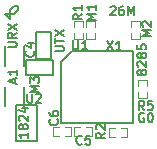
<source format=gto>
G04 #@! TF.FileFunction,Legend,Top*
%FSLAX46Y46*%
G04 Gerber Fmt 4.6, Leading zero omitted, Abs format (unit mm)*
G04 Created by KiCad (PCBNEW 4.0.3+e1-6302~38~ubuntu14.04.1-stable) date Wed Aug 31 10:57:53 2016*
%MOMM*%
%LPD*%
G01*
G04 APERTURE LIST*
%ADD10C,0.150000*%
%ADD11C,0.200000*%
%ADD12C,0.127000*%
%ADD13C,0.152400*%
%ADD14C,0.071120*%
%ADD15C,0.157480*%
G04 APERTURE END LIST*
D10*
D11*
X46431683Y-26783288D02*
X46790894Y-27142498D01*
X47150104Y-26783288D02*
X46431683Y-26783288D01*
X47509314Y-26424078D02*
X47150104Y-26783288D01*
X47509314Y-26064867D02*
X47509314Y-26424078D01*
X47150104Y-26064867D02*
X47509314Y-26064867D01*
X46790894Y-26424078D02*
X47150104Y-26064867D01*
X46790894Y-27142498D02*
X46790894Y-26424078D01*
X46790894Y-26424078D02*
X46790894Y-27142498D01*
X47150104Y-26064867D02*
X46790894Y-26424078D01*
X47509314Y-26064867D02*
X47150104Y-26064867D01*
X47509314Y-26424078D02*
X47509314Y-26064867D01*
X47150104Y-26783288D02*
X47509314Y-26424078D01*
X46431683Y-26783288D02*
X47150104Y-26783288D01*
X46790894Y-27142498D02*
X46431683Y-26783288D01*
D12*
X46355000Y-29489400D02*
X46355000Y-31140400D01*
X48031400Y-32918400D02*
X48031400Y-34569400D01*
X46355000Y-34569400D02*
X46355000Y-32918400D01*
X48031400Y-31140400D02*
X48031400Y-29489400D01*
X50266600Y-28244800D02*
X50266600Y-30530800D01*
X50266600Y-30530800D02*
X48996600Y-30530800D01*
X48996600Y-30530800D02*
X48996600Y-28244800D01*
X48996600Y-28244800D02*
X50266600Y-28244800D01*
D13*
X52070000Y-29908500D02*
X56261000Y-29908500D01*
X56261000Y-29908500D02*
X57213500Y-29908500D01*
X57213500Y-29908500D02*
X57213500Y-36004500D01*
X57213500Y-36004500D02*
X51117500Y-36004500D01*
X51117500Y-36004500D02*
X51117500Y-30861000D01*
X51117500Y-30861000D02*
X52070000Y-29908500D01*
D12*
X47345600Y-34467800D02*
X49123600Y-34467800D01*
X49123600Y-34467800D02*
X49123600Y-37515800D01*
X49123600Y-37515800D02*
X47345600Y-37515800D01*
X47345600Y-37515800D02*
X47345600Y-34467800D01*
D14*
X53263800Y-28397200D02*
X53263800Y-28905200D01*
X53263800Y-28905200D02*
X54025800Y-28905200D01*
X54025800Y-28905200D02*
X54025800Y-28397200D01*
X53263800Y-27889200D02*
X53263800Y-27381200D01*
X53263800Y-27381200D02*
X54025800Y-27381200D01*
X54025800Y-27381200D02*
X54025800Y-27889200D01*
X57023000Y-28346400D02*
X57023000Y-28854400D01*
X57023000Y-28854400D02*
X57785000Y-28854400D01*
X57785000Y-28854400D02*
X57785000Y-28346400D01*
X57023000Y-27838400D02*
X57023000Y-27330400D01*
X57023000Y-27330400D02*
X57785000Y-27330400D01*
X57785000Y-27330400D02*
X57785000Y-27838400D01*
X52781200Y-36296600D02*
X52273200Y-36296600D01*
X52273200Y-36296600D02*
X52273200Y-37058600D01*
X52273200Y-37058600D02*
X52781200Y-37058600D01*
X53289200Y-36296600D02*
X53797200Y-36296600D01*
X53797200Y-36296600D02*
X53797200Y-37058600D01*
X53797200Y-37058600D02*
X53289200Y-37058600D01*
X52959000Y-27889200D02*
X52959000Y-27381200D01*
X52959000Y-27381200D02*
X52197000Y-27381200D01*
X52197000Y-27381200D02*
X52197000Y-27889200D01*
X52959000Y-28397200D02*
X52959000Y-28905200D01*
X52959000Y-28905200D02*
X52197000Y-28905200D01*
X52197000Y-28905200D02*
X52197000Y-28397200D01*
X56197500Y-37211000D02*
X56705500Y-37211000D01*
X56705500Y-37211000D02*
X56705500Y-36449000D01*
X56705500Y-36449000D02*
X56197500Y-36449000D01*
X55689500Y-37211000D02*
X55181500Y-37211000D01*
X55181500Y-37211000D02*
X55181500Y-36449000D01*
X55181500Y-36449000D02*
X55689500Y-36449000D01*
X57683400Y-33375600D02*
X57683400Y-33883600D01*
X57683400Y-33883600D02*
X58445400Y-33883600D01*
X58445400Y-33883600D02*
X58445400Y-33375600D01*
X57683400Y-32867600D02*
X57683400Y-32359600D01*
X57683400Y-32359600D02*
X58445400Y-32359600D01*
X58445400Y-32359600D02*
X58445400Y-32867600D01*
X51460400Y-37058600D02*
X51968400Y-37058600D01*
X51968400Y-37058600D02*
X51968400Y-36296600D01*
X51968400Y-36296600D02*
X51460400Y-36296600D01*
X50952400Y-37058600D02*
X50444400Y-37058600D01*
X50444400Y-37058600D02*
X50444400Y-36296600D01*
X50444400Y-36296600D02*
X50952400Y-36296600D01*
D12*
X48158400Y-30657800D02*
X50444400Y-30657800D01*
X50444400Y-30657800D02*
X50444400Y-31927800D01*
X50444400Y-31927800D02*
X48158400Y-31927800D01*
X48158400Y-31927800D02*
X48158400Y-30657800D01*
D13*
X47218600Y-32573685D02*
X47218600Y-32210828D01*
X47436314Y-32646257D02*
X46674314Y-32392257D01*
X47436314Y-32138257D01*
X47436314Y-31485114D02*
X47436314Y-31920542D01*
X47436314Y-31702828D02*
X46674314Y-31702828D01*
X46783171Y-31775399D01*
X46855743Y-31847971D01*
X46892029Y-31920542D01*
X48811543Y-29895800D02*
X48847829Y-29932086D01*
X48884114Y-30040943D01*
X48884114Y-30113514D01*
X48847829Y-30222371D01*
X48775257Y-30294943D01*
X48702686Y-30331228D01*
X48557543Y-30367514D01*
X48448686Y-30367514D01*
X48303543Y-30331228D01*
X48230971Y-30294943D01*
X48158400Y-30222371D01*
X48122114Y-30113514D01*
X48122114Y-30040943D01*
X48158400Y-29932086D01*
X48194686Y-29895800D01*
X48376114Y-29242657D02*
X48884114Y-29242657D01*
X48085829Y-29424086D02*
X48630114Y-29605514D01*
X48630114Y-29133800D01*
X52149829Y-28995914D02*
X52149829Y-29612771D01*
X52186114Y-29685343D01*
X52222400Y-29721629D01*
X52294971Y-29757914D01*
X52440114Y-29757914D01*
X52512686Y-29721629D01*
X52548971Y-29685343D01*
X52585257Y-29612771D01*
X52585257Y-28995914D01*
X53347257Y-29757914D02*
X52911829Y-29757914D01*
X53129543Y-29757914D02*
X53129543Y-28995914D01*
X53056972Y-29104771D01*
X52984400Y-29177343D01*
X52911829Y-29213629D01*
X57922886Y-31793542D02*
X57886600Y-31866114D01*
X57850314Y-31902399D01*
X57777743Y-31938685D01*
X57741457Y-31938685D01*
X57668886Y-31902399D01*
X57632600Y-31866114D01*
X57596314Y-31793542D01*
X57596314Y-31648399D01*
X57632600Y-31575828D01*
X57668886Y-31539542D01*
X57741457Y-31503257D01*
X57777743Y-31503257D01*
X57850314Y-31539542D01*
X57886600Y-31575828D01*
X57922886Y-31648399D01*
X57922886Y-31793542D01*
X57959171Y-31866114D01*
X57995457Y-31902399D01*
X58068029Y-31938685D01*
X58213171Y-31938685D01*
X58285743Y-31902399D01*
X58322029Y-31866114D01*
X58358314Y-31793542D01*
X58358314Y-31648399D01*
X58322029Y-31575828D01*
X58285743Y-31539542D01*
X58213171Y-31503257D01*
X58068029Y-31503257D01*
X57995457Y-31539542D01*
X57959171Y-31575828D01*
X57922886Y-31648399D01*
X57668886Y-31212971D02*
X57632600Y-31176685D01*
X57596314Y-31104114D01*
X57596314Y-30922685D01*
X57632600Y-30850114D01*
X57668886Y-30813828D01*
X57741457Y-30777543D01*
X57814029Y-30777543D01*
X57922886Y-30813828D01*
X58358314Y-31249257D01*
X58358314Y-30777543D01*
X57922886Y-30342114D02*
X57886600Y-30414686D01*
X57850314Y-30450971D01*
X57777743Y-30487257D01*
X57741457Y-30487257D01*
X57668886Y-30450971D01*
X57632600Y-30414686D01*
X57596314Y-30342114D01*
X57596314Y-30196971D01*
X57632600Y-30124400D01*
X57668886Y-30088114D01*
X57741457Y-30051829D01*
X57777743Y-30051829D01*
X57850314Y-30088114D01*
X57886600Y-30124400D01*
X57922886Y-30196971D01*
X57922886Y-30342114D01*
X57959171Y-30414686D01*
X57995457Y-30450971D01*
X58068029Y-30487257D01*
X58213171Y-30487257D01*
X58285743Y-30450971D01*
X58322029Y-30414686D01*
X58358314Y-30342114D01*
X58358314Y-30196971D01*
X58322029Y-30124400D01*
X58285743Y-30088114D01*
X58213171Y-30051829D01*
X58068029Y-30051829D01*
X57995457Y-30088114D01*
X57959171Y-30124400D01*
X57922886Y-30196971D01*
X57596314Y-29362400D02*
X57596314Y-29725257D01*
X57959171Y-29761543D01*
X57922886Y-29725257D01*
X57886600Y-29652686D01*
X57886600Y-29471257D01*
X57922886Y-29398686D01*
X57959171Y-29362400D01*
X58031743Y-29326115D01*
X58213171Y-29326115D01*
X58285743Y-29362400D01*
X58322029Y-29398686D01*
X58358314Y-29471257D01*
X58358314Y-29652686D01*
X58322029Y-29725257D01*
X58285743Y-29761543D01*
X55059943Y-29046714D02*
X55567943Y-29808714D01*
X55567943Y-29046714D02*
X55059943Y-29808714D01*
X56257371Y-29808714D02*
X55821943Y-29808714D01*
X56039657Y-29808714D02*
X56039657Y-29046714D01*
X55967086Y-29155571D01*
X55894514Y-29228143D01*
X55821943Y-29264429D01*
X55321201Y-26172886D02*
X55357487Y-26136600D01*
X55430058Y-26100314D01*
X55611487Y-26100314D01*
X55684058Y-26136600D01*
X55720344Y-26172886D01*
X55756629Y-26245457D01*
X55756629Y-26318029D01*
X55720344Y-26426886D01*
X55284915Y-26862314D01*
X55756629Y-26862314D01*
X56409772Y-26100314D02*
X56264629Y-26100314D01*
X56192058Y-26136600D01*
X56155772Y-26172886D01*
X56083201Y-26281743D01*
X56046915Y-26426886D01*
X56046915Y-26717171D01*
X56083201Y-26789743D01*
X56119486Y-26826029D01*
X56192058Y-26862314D01*
X56337201Y-26862314D01*
X56409772Y-26826029D01*
X56446058Y-26789743D01*
X56482343Y-26717171D01*
X56482343Y-26535743D01*
X56446058Y-26463171D01*
X56409772Y-26426886D01*
X56337201Y-26390600D01*
X56192058Y-26390600D01*
X56119486Y-26426886D01*
X56083201Y-26463171D01*
X56046915Y-26535743D01*
X56808915Y-26862314D02*
X56808915Y-26100314D01*
X57062915Y-26644600D01*
X57316915Y-26100314D01*
X57316915Y-26862314D01*
X50611314Y-29928456D02*
X51228171Y-29928456D01*
X51300743Y-29892171D01*
X51337029Y-29855885D01*
X51373314Y-29783314D01*
X51373314Y-29638171D01*
X51337029Y-29565599D01*
X51300743Y-29529314D01*
X51228171Y-29493028D01*
X50611314Y-29493028D01*
X50611314Y-29239028D02*
X50611314Y-28803599D01*
X51373314Y-29021313D02*
X50611314Y-29021313D01*
X50611314Y-28622171D02*
X51373314Y-28114171D01*
X50611314Y-28114171D02*
X51373314Y-28622171D01*
X46623514Y-29561971D02*
X47240371Y-29561971D01*
X47312943Y-29525686D01*
X47349229Y-29489400D01*
X47385514Y-29416829D01*
X47385514Y-29271686D01*
X47349229Y-29199114D01*
X47312943Y-29162829D01*
X47240371Y-29126543D01*
X46623514Y-29126543D01*
X47385514Y-28328257D02*
X47022657Y-28582257D01*
X47385514Y-28763685D02*
X46623514Y-28763685D01*
X46623514Y-28473400D01*
X46659800Y-28400828D01*
X46696086Y-28364543D01*
X46768657Y-28328257D01*
X46877514Y-28328257D01*
X46950086Y-28364543D01*
X46986371Y-28400828D01*
X47022657Y-28473400D01*
X47022657Y-28763685D01*
X46623514Y-28074257D02*
X47385514Y-27566257D01*
X46623514Y-27566257D02*
X47385514Y-28074257D01*
X58155114Y-35179000D02*
X58082543Y-35142714D01*
X57973686Y-35142714D01*
X57864829Y-35179000D01*
X57792257Y-35251571D01*
X57755972Y-35324143D01*
X57719686Y-35469286D01*
X57719686Y-35578143D01*
X57755972Y-35723286D01*
X57792257Y-35795857D01*
X57864829Y-35868429D01*
X57973686Y-35904714D01*
X58046257Y-35904714D01*
X58155114Y-35868429D01*
X58191400Y-35832143D01*
X58191400Y-35578143D01*
X58046257Y-35578143D01*
X58663114Y-35142714D02*
X58735686Y-35142714D01*
X58808257Y-35179000D01*
X58844543Y-35215286D01*
X58880829Y-35287857D01*
X58917114Y-35433000D01*
X58917114Y-35614429D01*
X58880829Y-35759571D01*
X58844543Y-35832143D01*
X58808257Y-35868429D01*
X58735686Y-35904714D01*
X58663114Y-35904714D01*
X58590543Y-35868429D01*
X58554257Y-35832143D01*
X58517972Y-35759571D01*
X58481686Y-35614429D01*
X58481686Y-35433000D01*
X58517972Y-35287857D01*
X58554257Y-35215286D01*
X58590543Y-35179000D01*
X58663114Y-35142714D01*
X48289029Y-33491714D02*
X48289029Y-34108571D01*
X48325314Y-34181143D01*
X48361600Y-34217429D01*
X48434171Y-34253714D01*
X48579314Y-34253714D01*
X48651886Y-34217429D01*
X48688171Y-34181143D01*
X48724457Y-34108571D01*
X48724457Y-33491714D01*
X49051029Y-33564286D02*
X49087315Y-33528000D01*
X49159886Y-33491714D01*
X49341315Y-33491714D01*
X49413886Y-33528000D01*
X49450172Y-33564286D01*
X49486457Y-33636857D01*
X49486457Y-33709429D01*
X49450172Y-33818286D01*
X49014743Y-34253714D01*
X49486457Y-34253714D01*
X48325314Y-36811857D02*
X48325314Y-37247285D01*
X48325314Y-37029571D02*
X47563314Y-37029571D01*
X47672171Y-37102142D01*
X47744743Y-37174714D01*
X47781029Y-37247285D01*
X47889886Y-36376428D02*
X47853600Y-36449000D01*
X47817314Y-36485285D01*
X47744743Y-36521571D01*
X47708457Y-36521571D01*
X47635886Y-36485285D01*
X47599600Y-36449000D01*
X47563314Y-36376428D01*
X47563314Y-36231285D01*
X47599600Y-36158714D01*
X47635886Y-36122428D01*
X47708457Y-36086143D01*
X47744743Y-36086143D01*
X47817314Y-36122428D01*
X47853600Y-36158714D01*
X47889886Y-36231285D01*
X47889886Y-36376428D01*
X47926171Y-36449000D01*
X47962457Y-36485285D01*
X48035029Y-36521571D01*
X48180171Y-36521571D01*
X48252743Y-36485285D01*
X48289029Y-36449000D01*
X48325314Y-36376428D01*
X48325314Y-36231285D01*
X48289029Y-36158714D01*
X48252743Y-36122428D01*
X48180171Y-36086143D01*
X48035029Y-36086143D01*
X47962457Y-36122428D01*
X47926171Y-36158714D01*
X47889886Y-36231285D01*
X47635886Y-35795857D02*
X47599600Y-35759571D01*
X47563314Y-35687000D01*
X47563314Y-35505571D01*
X47599600Y-35433000D01*
X47635886Y-35396714D01*
X47708457Y-35360429D01*
X47781029Y-35360429D01*
X47889886Y-35396714D01*
X48325314Y-35832143D01*
X48325314Y-35360429D01*
X47817314Y-34707286D02*
X48325314Y-34707286D01*
X47527029Y-34888715D02*
X48071314Y-35070143D01*
X48071314Y-34598429D01*
D15*
X54091114Y-27236056D02*
X53329114Y-27236056D01*
X53873400Y-26982056D01*
X53329114Y-26728056D01*
X54091114Y-26728056D01*
X54091114Y-25966057D02*
X54091114Y-26401485D01*
X54091114Y-26183771D02*
X53329114Y-26183771D01*
X53437971Y-26256342D01*
X53510543Y-26328914D01*
X53546829Y-26401485D01*
X58764714Y-28658456D02*
X58002714Y-28658456D01*
X58547000Y-28404456D01*
X58002714Y-28150456D01*
X58764714Y-28150456D01*
X58075286Y-27823885D02*
X58039000Y-27787599D01*
X58002714Y-27715028D01*
X58002714Y-27533599D01*
X58039000Y-27461028D01*
X58075286Y-27424742D01*
X58147857Y-27388457D01*
X58220429Y-27388457D01*
X58329286Y-27424742D01*
X58764714Y-27860171D01*
X58764714Y-27388457D01*
X52908200Y-37737143D02*
X52871914Y-37773429D01*
X52763057Y-37809714D01*
X52690486Y-37809714D01*
X52581629Y-37773429D01*
X52509057Y-37700857D01*
X52472772Y-37628286D01*
X52436486Y-37483143D01*
X52436486Y-37374286D01*
X52472772Y-37229143D01*
X52509057Y-37156571D01*
X52581629Y-37084000D01*
X52690486Y-37047714D01*
X52763057Y-37047714D01*
X52871914Y-37084000D01*
X52908200Y-37120286D01*
X53597629Y-37047714D02*
X53234772Y-37047714D01*
X53198486Y-37410571D01*
X53234772Y-37374286D01*
X53307343Y-37338000D01*
X53488772Y-37338000D01*
X53561343Y-37374286D01*
X53597629Y-37410571D01*
X53633914Y-37483143D01*
X53633914Y-37664571D01*
X53597629Y-37737143D01*
X53561343Y-37773429D01*
X53488772Y-37809714D01*
X53307343Y-37809714D01*
X53234772Y-37773429D01*
X53198486Y-37737143D01*
X52922714Y-26746200D02*
X52559857Y-27000200D01*
X52922714Y-27181628D02*
X52160714Y-27181628D01*
X52160714Y-26891343D01*
X52197000Y-26818771D01*
X52233286Y-26782486D01*
X52305857Y-26746200D01*
X52414714Y-26746200D01*
X52487286Y-26782486D01*
X52523571Y-26818771D01*
X52559857Y-26891343D01*
X52559857Y-27181628D01*
X52922714Y-26020486D02*
X52922714Y-26455914D01*
X52922714Y-26238200D02*
X52160714Y-26238200D01*
X52269571Y-26310771D01*
X52342143Y-26383343D01*
X52378429Y-26455914D01*
X54853114Y-36804600D02*
X54490257Y-37058600D01*
X54853114Y-37240028D02*
X54091114Y-37240028D01*
X54091114Y-36949743D01*
X54127400Y-36877171D01*
X54163686Y-36840886D01*
X54236257Y-36804600D01*
X54345114Y-36804600D01*
X54417686Y-36840886D01*
X54453971Y-36877171D01*
X54490257Y-36949743D01*
X54490257Y-37240028D01*
X54163686Y-36514314D02*
X54127400Y-36478028D01*
X54091114Y-36405457D01*
X54091114Y-36224028D01*
X54127400Y-36151457D01*
X54163686Y-36115171D01*
X54236257Y-36078886D01*
X54308829Y-36078886D01*
X54417686Y-36115171D01*
X54853114Y-36550600D01*
X54853114Y-36078886D01*
X58191400Y-34888714D02*
X57937400Y-34525857D01*
X57755972Y-34888714D02*
X57755972Y-34126714D01*
X58046257Y-34126714D01*
X58118829Y-34163000D01*
X58155114Y-34199286D01*
X58191400Y-34271857D01*
X58191400Y-34380714D01*
X58155114Y-34453286D01*
X58118829Y-34489571D01*
X58046257Y-34525857D01*
X57755972Y-34525857D01*
X58880829Y-34126714D02*
X58517972Y-34126714D01*
X58481686Y-34489571D01*
X58517972Y-34453286D01*
X58590543Y-34417000D01*
X58771972Y-34417000D01*
X58844543Y-34453286D01*
X58880829Y-34489571D01*
X58917114Y-34562143D01*
X58917114Y-34743571D01*
X58880829Y-34816143D01*
X58844543Y-34852429D01*
X58771972Y-34888714D01*
X58590543Y-34888714D01*
X58517972Y-34852429D01*
X58481686Y-34816143D01*
X50818143Y-35687000D02*
X50854429Y-35723286D01*
X50890714Y-35832143D01*
X50890714Y-35904714D01*
X50854429Y-36013571D01*
X50781857Y-36086143D01*
X50709286Y-36122428D01*
X50564143Y-36158714D01*
X50455286Y-36158714D01*
X50310143Y-36122428D01*
X50237571Y-36086143D01*
X50165000Y-36013571D01*
X50128714Y-35904714D01*
X50128714Y-35832143D01*
X50165000Y-35723286D01*
X50201286Y-35687000D01*
X50128714Y-35033857D02*
X50128714Y-35179000D01*
X50165000Y-35251571D01*
X50201286Y-35287857D01*
X50310143Y-35360428D01*
X50455286Y-35396714D01*
X50745571Y-35396714D01*
X50818143Y-35360428D01*
X50854429Y-35324143D01*
X50890714Y-35251571D01*
X50890714Y-35106428D01*
X50854429Y-35033857D01*
X50818143Y-34997571D01*
X50745571Y-34961286D01*
X50564143Y-34961286D01*
X50491571Y-34997571D01*
X50455286Y-35033857D01*
X50419000Y-35106428D01*
X50419000Y-35251571D01*
X50455286Y-35324143D01*
X50491571Y-35360428D01*
X50564143Y-35396714D01*
D13*
X49290514Y-33357456D02*
X48528514Y-33357456D01*
X49072800Y-33103456D01*
X48528514Y-32849456D01*
X49290514Y-32849456D01*
X48528514Y-32559171D02*
X48528514Y-32087457D01*
X48818800Y-32341457D01*
X48818800Y-32232599D01*
X48855086Y-32160028D01*
X48891371Y-32123742D01*
X48963943Y-32087457D01*
X49145371Y-32087457D01*
X49217943Y-32123742D01*
X49254229Y-32160028D01*
X49290514Y-32232599D01*
X49290514Y-32450314D01*
X49254229Y-32522885D01*
X49217943Y-32559171D01*
M02*

</source>
